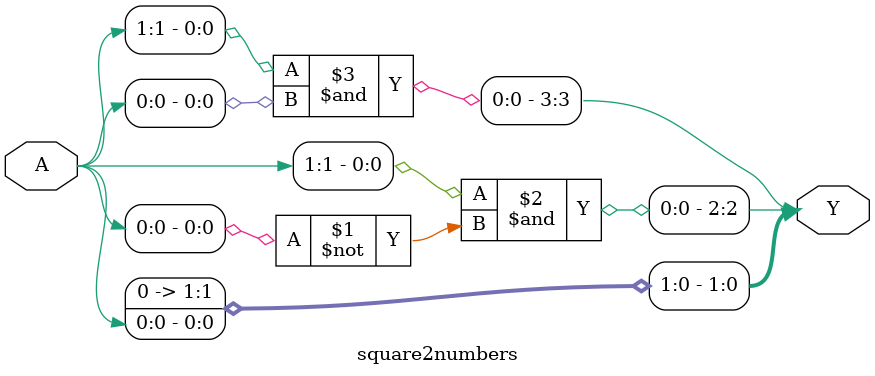
<source format=sv>
module square2numbers(A,Y);
  input [1:0]A;
  output [3:0]Y;
  assign Y[0]=A[0];
  assign Y[1]=0;
  assign Y[2]=(A[1]&(~A[0]));
  assign Y[3]=A[1]&A[0];
endmodule
</source>
